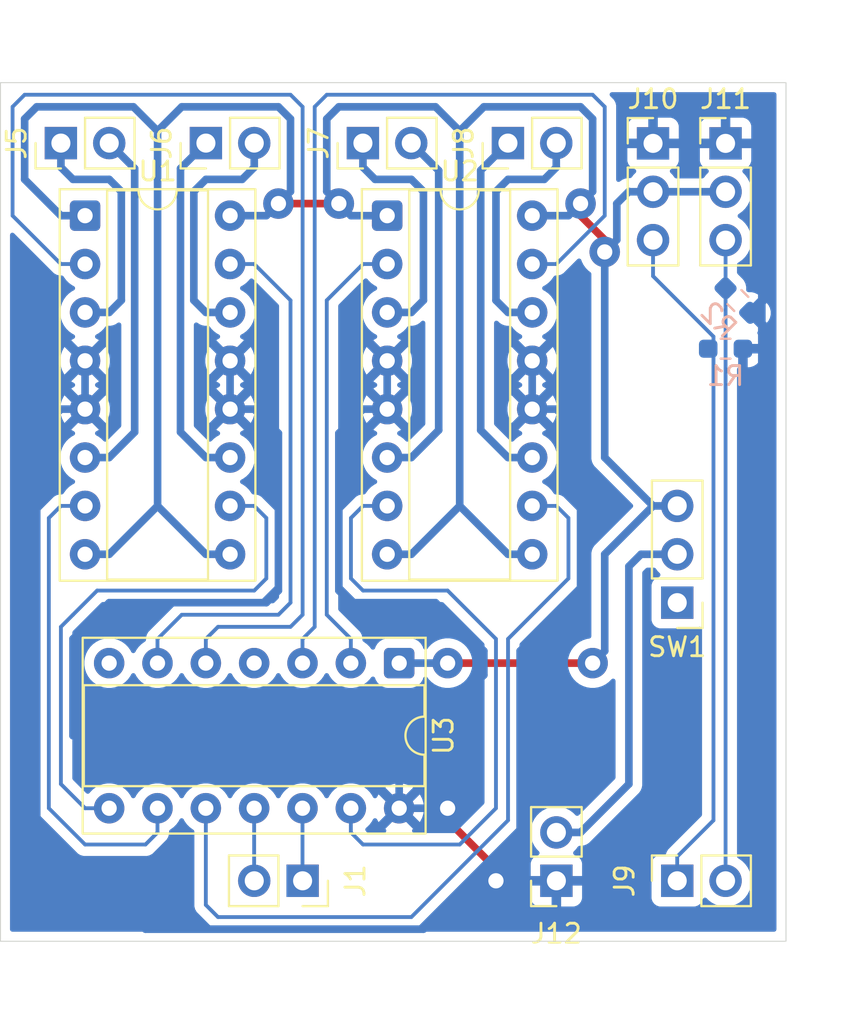
<source format=kicad_pcb>
(kicad_pcb (version 20241229) (generator "pcbnew") (generator_version "9.0")
  (layers (0 "F.Cu" signal) (2 "B.Cu" signal) (13 "F.Paste" user) (15 "B.Paste" user) (5 "F.SilkS" user "F.Silkscreen") (7 "B.SilkS" user "B.Silkscreen") (1 "F.Mask" user) (3 "B.Mask" user) (25 "Edge.Cuts" user))
  (net 0 "")
  (net 1 "+5V")
  (net 2 "GND")
  (net 4 "Net-(J1-Pin_1)")
  (net 5 "Net-(J1-Pin_2)")
  (net 7 "/Motor1_A_Out")
  (net 8 "/Motor1_B_Out")
  (net 9 "/Motor2_B_Out")
  (net 10 "/Motor2_A_Out")
  (net 11 "/Motor3_A_Out")
  (net 12 "/Motor3_B_Out")
  (net 13 "/Motor4_B_Out")
  (net 14 "/Motor4_A_Out")
  (net 15 "/Motor1_B_In")
  (net 16 "/Motor2_B_In")
  (net 17 "/Motor2_A_In")
  (net 18 "/Motor1_A_In")
  (net 19 "/Motor4_B_In")
  (net 20 "/Motor3_A_In")
  (net 21 "/Motor4_A_In")
  (net 22 "/Motor3_B_In")
  (net 23 "/PWM1")
  (net 24 "/PWM2")
  (net 25 "/VCC")
  (footprint "Connector_PinHeader_2.54mm:PinHeader_1x02_P2.54mm_Vertical" (layer "F.Cu") (at 82.55 92.71 90)
    (property "Reference" "J5" (at 0 -2.33 90) (layer "F.SilkS"))
    (property "Value" "Conn_01x02_Pin")
    (fp_line (start -1.33 -1.33) (end 0 -1.33) (stroke (width 0.12)) (layer "F.SilkS"))
    (fp_line (start -1.33 0) (end -1.33 -1.33) (stroke (width 0.12)) (layer "F.SilkS"))
    (fp_line (start 1.33 1.27) (end 1.33 3.87) (stroke (width 0.12)) (layer "F.SilkS"))
    (fp_line (start -1.33 1.27) (end 1.33 1.27) (stroke (width 0.12)) (layer "F.SilkS"))
    (fp_line (start -1.33 1.27) (end -1.33 3.87) (stroke (width 0.12)) (layer "F.SilkS"))
    (fp_line (start -1.33 3.87) (end 1.33 3.87) (stroke (width 0.12)) (layer "F.SilkS"))
    (pad "1" thru_hole rect (at 0 0 90) (size 1.7 1.7) (drill 1) (layers "*.Cu" "*.Mask") (net 7 "/Motor1_A_Out"))
    (pad "2" thru_hole oval (at 0 2.54 90) (size 1.7 1.7) (drill 1) (layers "*.Cu" "*.Mask") (net 8 "/Motor1_B_Out"))
  )
  (footprint "Connector_PinHeader_2.54mm:PinHeader_1x03_P2.54mm_Vertical" (layer "F.Cu") (at 114.935 116.84 180)
    (property "Reference" "SW1" (at 0 -2.33 0) (layer "F.SilkS"))
    (property "Value" "SW_SPDT")
    (fp_line (start 1.33 1.27) (end 1.33 6.41) (stroke (width 0.12)) (layer "F.SilkS"))
    (fp_line (start -1.33 6.41) (end 1.33 6.41) (stroke (width 0.12)) (layer "F.SilkS"))
    (fp_line (start -1.33 1.27) (end 1.33 1.27) (stroke (width 0.12)) (layer "F.SilkS"))
    (fp_line (start -1.33 1.27) (end -1.33 6.41) (stroke (width 0.12)) (layer "F.SilkS"))
    (fp_line (start -1.33 0) (end -1.33 -1.33) (stroke (width 0.12)) (layer "F.SilkS"))
    (fp_line (start -1.33 -1.33) (end 0 -1.33) (stroke (width 0.12)) (layer "F.SilkS"))
    (pad "1" thru_hole rect (at 0 0 180) (size 1.7 1.7) (drill 1) (layers "*.Cu" "*.Mask"))
    (pad "2" thru_hole oval (at 0 2.54 180) (size 1.7 1.7) (drill 1) (layers "*.Cu" "*.Mask") (net 25 "/VCC"))
    (pad "3" thru_hole oval (at 0 5.08 180) (size 1.7 1.7) (drill 1) (layers "*.Cu" "*.Mask") (net 1 "+5V"))
  )
  (footprint "Connector_PinHeader_2.54mm:PinHeader_1x02_P2.54mm_Vertical" (layer "F.Cu") (at 106.04 92.71 90)
    (property "Reference" "J8" (at 0 -2.33 90) (layer "F.SilkS"))
    (property "Value" "Conn_01x02_Pin")
    (fp_line (start -1.33 -1.33) (end 0 -1.33) (stroke (width 0.12)) (layer "F.SilkS"))
    (fp_line (start -1.33 0) (end -1.33 -1.33) (stroke (width 0.12)) (layer "F.SilkS"))
    (fp_line (start 1.33 1.27) (end 1.33 3.87) (stroke (width 0.12)) (layer "F.SilkS"))
    (fp_line (start -1.33 1.27) (end 1.33 1.27) (stroke (width 0.12)) (layer "F.SilkS"))
    (fp_line (start -1.33 1.27) (end -1.33 3.87) (stroke (width 0.12)) (layer "F.SilkS"))
    (fp_line (start -1.33 3.87) (end 1.33 3.87) (stroke (width 0.12)) (layer "F.SilkS"))
    (pad "1" thru_hole rect (at 0 0 90) (size 1.7 1.7) (drill 1) (layers "*.Cu" "*.Mask") (net 14 "/Motor4_A_Out"))
    (pad "2" thru_hole oval (at 0 2.54 90) (size 1.7 1.7) (drill 1) (layers "*.Cu" "*.Mask") (net 13 "/Motor4_B_Out"))
  )
  (footprint "Connector_PinSocket_2.54mm:PinSocket_1x02_P2.54mm_Vertical" (layer "F.Cu") (at 114.935 131.445 90)
    (property "Reference" "J9" (at 0 -2.77 90) (layer "F.SilkS"))
    (property "Value" "Conn_01x02_Socket")
    (fp_line (start 1.33 -1.33) (end 1.33 0) (stroke (width 0.12)) (layer "F.SilkS"))
    (fp_line (start 0 -1.33) (end 1.33 -1.33) (stroke (width 0.12)) (layer "F.SilkS"))
    (fp_line (start 1.33 1.27) (end 1.33 3.87) (stroke (width 0.12)) (layer "F.SilkS"))
    (fp_line (start -1.33 1.27) (end 1.33 1.27) (stroke (width 0.12)) (layer "F.SilkS"))
    (fp_line (start -1.33 1.27) (end -1.33 3.87) (stroke (width 0.12)) (layer "F.SilkS"))
    (fp_line (start -1.33 3.87) (end 1.33 3.87) (stroke (width 0.12)) (layer "F.SilkS"))
    (pad "1" thru_hole rect (at 0 0 90) (size 1.7 1.7) (drill 1) (layers "*.Cu" "*.Mask") (net 23 "/PWM1"))
    (pad "2" thru_hole oval (at 0 2.54 90) (size 1.7 1.7) (drill 1) (layers "*.Cu" "*.Mask") (net 24 "/PWM2"))
  )
  (footprint "Connector_PinSocket_2.54mm:PinSocket_1x02_P2.54mm_Vertical" (layer "F.Cu") (at 108.585 131.445 180)
    (property "Reference" "J12" (at 0 -2.77 0) (layer "F.SilkS"))
    (property "Value" "Conn_01x02_Socket" (hide yes))
    (fp_line (start 1.33 1.27) (end 1.33 3.87) (stroke (width 0.12)) (layer "F.SilkS"))
    (fp_line (start 1.33 -1.33) (end 1.33 0) (stroke (width 0.12)) (layer "F.SilkS"))
    (fp_line (start 0 -1.33) (end 1.33 -1.33) (stroke (width 0.12)) (layer "F.SilkS"))
    (fp_line (start -1.33 3.87) (end 1.33 3.87) (stroke (width 0.12)) (layer "F.SilkS"))
    (fp_line (start -1.33 1.27) (end 1.33 1.27) (stroke (width 0.12)) (layer "F.SilkS"))
    (fp_line (start -1.33 1.27) (end -1.33 3.87) (stroke (width 0.12)) (layer "F.SilkS"))
    (pad "1" thru_hole rect (at 0 0 180) (size 1.7 1.7) (drill 1) (layers "*.Cu" "*.Mask") (net 2 "GND"))
    (pad "2" thru_hole oval (at 0 2.54 180) (size 1.7 1.7) (drill 1) (layers "*.Cu" "*.Mask") (net 25 "/VCC"))
  )
  (footprint "Connector_PinHeader_2.54mm:PinHeader_1x03_P2.54mm_Vertical" (layer "F.Cu") (at 117.475 92.725)
    (property "Reference" "J11" (at 0 -2.33 0) (layer "F.SilkS"))
    (property "Value" "Conn_01x03_Pin")
    (fp_line (start -1.33 -1.33) (end 0 -1.33) (stroke (width 0.12)) (layer "F.SilkS"))
    (fp_line (start -1.33 0) (end -1.33 -1.33) (stroke (width 0.12)) (layer "F.SilkS"))
    (fp_line (start -1.33 1.27) (end -1.33 6.41) (stroke (width 0.12)) (layer "F.SilkS"))
    (fp_line (start -1.33 1.27) (end 1.33 1.27) (stroke (width 0.12)) (layer "F.SilkS"))
    (fp_line (start -1.33 6.41) (end 1.33 6.41) (stroke (width 0.12)) (layer "F.SilkS"))
    (fp_line (start 1.33 1.27) (end 1.33 6.41) (stroke (width 0.12)) (layer "F.SilkS"))
    (pad "1" thru_hole rect (at 0 0) (size 1.7 1.7) (drill 1) (layers "*.Cu" "*.Mask") (net 2 "GND"))
    (pad "2" thru_hole oval (at 0 2.54) (size 1.7 1.7) (drill 1) (layers "*.Cu" "*.Mask") (net 1 "+5V"))
    (pad "3" thru_hole oval (at 0 5.08) (size 1.7 1.7) (drill 1) (layers "*.Cu" "*.Mask") (net 24 "/PWM2"))
  )
  (footprint "Connector_PinHeader_2.54mm:PinHeader_1x02_P2.54mm_Vertical" (layer "F.Cu") (at 98.42 92.71 90)
    (property "Reference" "J7" (at 0 -2.33 90) (layer "F.SilkS"))
    (property "Value" "Conn_01x02_Pin")
    (fp_line (start -1.33 -1.33) (end 0 -1.33) (stroke (width 0.12)) (layer "F.SilkS"))
    (fp_line (start -1.33 0) (end -1.33 -1.33) (stroke (width 0.12)) (layer "F.SilkS"))
    (fp_line (start 1.33 1.27) (end 1.33 3.87) (stroke (width 0.12)) (layer "F.SilkS"))
    (fp_line (start -1.33 1.27) (end 1.33 1.27) (stroke (width 0.12)) (layer "F.SilkS"))
    (fp_line (start -1.33 1.27) (end -1.33 3.87) (stroke (width 0.12)) (layer "F.SilkS"))
    (fp_line (start -1.33 3.87) (end 1.33 3.87) (stroke (width 0.12)) (layer "F.SilkS"))
    (pad "1" thru_hole rect (at 0 0 90) (size 1.7 1.7) (drill 1) (layers "*.Cu" "*.Mask") (net 11 "/Motor3_A_Out"))
    (pad "2" thru_hole oval (at 0 2.54 90) (size 1.7 1.7) (drill 1) (layers "*.Cu" "*.Mask") (net 12 "/Motor3_B_Out"))
  )
  (footprint "Package_DIP:DIP-16_W7.62mm_Socket" (layer "F.Cu") (at 83.82 96.52)
    (property "Reference" "U1" (at 3.81 -2.33 0) (layer "F.SilkS"))
    (property "Value" "L293D")
    (fp_line (start 1.16 -1.33) (end 1.16 19.11) (stroke (width 0.12)) (layer "F.SilkS"))
    (fp_line (start 1.16 19.11) (end 6.46 19.11) (stroke (width 0.12)) (layer "F.SilkS"))
    (fp_line (start 2.81 -1.33) (end 1.16 -1.33) (stroke (width 0.12)) (layer "F.SilkS"))
    (fp_line (start 6.46 -1.33) (end 4.81 -1.33) (stroke (width 0.12)) (layer "F.SilkS"))
    (fp_line (start 6.46 19.11) (end 6.46 -1.33) (stroke (width 0.12)) (layer "F.SilkS"))
    (fp_rect (start -1.33 -1.39) (end 8.95 19.17) (stroke (width 0.12)) (fill no) (layer "F.SilkS"))
    (fp_arc (start 4.81 -1.33) (mid 3.81 -0.33) (end 2.81 -1.33) (stroke (width 0.12)) (layer "F.SilkS"))
    (pad "1" thru_hole roundrect (at 0 0) (size 1.6 1.6) (drill 0.8) (layers "*.Cu" "*.Mask") (roundrect_rratio 0.15625) (net 1 "+5V"))
    (pad "2" thru_hole circle (at 0 2.54) (size 1.6 1.6) (drill 0.8) (layers "*.Cu" "*.Mask") (net 18 "/Motor1_A_In"))
    (pad "3" thru_hole circle (at 0 5.08) (size 1.6 1.6) (drill 0.8) (layers "*.Cu" "*.Mask") (net 7 "/Motor1_A_Out"))
    (pad "4" thru_hole circle (at 0 7.62) (size 1.6 1.6) (drill 0.8) (layers "*.Cu" "*.Mask") (net 2 "GND"))
    (pad "5" thru_hole circle (at 0 10.16) (size 1.6 1.6) (drill 0.8) (layers "*.Cu" "*.Mask") (net 2 "GND"))
    (pad "6" thru_hole circle (at 0 12.7) (size 1.6 1.6) (drill 0.8) (layers "*.Cu" "*.Mask") (net 8 "/Motor1_B_Out"))
    (pad "7" thru_hole circle (at 0 15.24) (size 1.6 1.6) (drill 0.8) (layers "*.Cu" "*.Mask") (net 15 "/Motor1_B_In"))
    (pad "8" thru_hole circle (at 0 17.78) (size 1.6 1.6) (drill 0.8) (layers "*.Cu" "*.Mask") (net 1 "+5V"))
    (pad "9" thru_hole circle (at 7.62 17.78) (size 1.6 1.6) (drill 0.8) (layers "*.Cu" "*.Mask") (net 1 "+5V"))
    (pad "10" thru_hole circle (at 7.62 15.24) (size 1.6 1.6) (drill 0.8) (layers "*.Cu" "*.Mask") (net 16 "/Motor2_B_In"))
    (pad "11" thru_hole circle (at 7.62 12.7) (size 1.6 1.6) (drill 0.8) (layers "*.Cu" "*.Mask") (net 10 "/Motor2_A_Out"))
    (pad "12" thru_hole circle (at 7.62 10.16) (size 1.6 1.6) (drill 0.8) (layers "*.Cu" "*.Mask") (net 2 "GND"))
    (pad "13" thru_hole circle (at 7.62 7.62) (size 1.6 1.6) (drill 0.8) (layers "*.Cu" "*.Mask") (net 2 "GND"))
    (pad "14" thru_hole circle (at 7.62 5.08) (size 1.6 1.6) (drill 0.8) (layers "*.Cu" "*.Mask") (net 9 "/Motor2_B_Out"))
    (pad "15" thru_hole circle (at 7.62 2.54) (size 1.6 1.6) (drill 0.8) (layers "*.Cu" "*.Mask") (net 17 "/Motor2_A_In"))
    (pad "16" thru_hole circle (at 7.62 0) (size 1.6 1.6) (drill 0.8) (layers "*.Cu" "*.Mask") (net 1 "+5V"))
  )
  (footprint "Package_DIP:DIP-16_W7.62mm_Socket" (layer "F.Cu") (at 99.695 96.52)
    (property "Reference" "U2" (at 3.81 -2.33 0) (layer "F.SilkS"))
    (property "Value" "L293D")
    (fp_line (start 1.16 -1.33) (end 1.16 19.11) (stroke (width 0.12)) (layer "F.SilkS"))
    (fp_line (start 1.16 19.11) (end 6.46 19.11) (stroke (width 0.12)) (layer "F.SilkS"))
    (fp_line (start 2.81 -1.33) (end 1.16 -1.33) (stroke (width 0.12)) (layer "F.SilkS"))
    (fp_line (start 6.46 -1.33) (end 4.81 -1.33) (stroke (width 0.12)) (layer "F.SilkS"))
    (fp_line (start 6.46 19.11) (end 6.46 -1.33) (stroke (width 0.12)) (layer "F.SilkS"))
    (fp_rect (start -1.33 -1.39) (end 8.95 19.17) (stroke (width 0.12)) (fill no) (layer "F.SilkS"))
    (fp_arc (start 4.81 -1.33) (mid 3.81 -0.33) (end 2.81 -1.33) (stroke (width 0.12)) (layer "F.SilkS"))
    (pad "1" thru_hole roundrect (at 0 0) (size 1.6 1.6) (drill 0.8) (layers "*.Cu" "*.Mask") (roundrect_rratio 0.15625) (net 1 "+5V"))
    (pad "2" thru_hole circle (at 0 2.54) (size 1.6 1.6) (drill 0.8) (layers "*.Cu" "*.Mask") (net 20 "/Motor3_A_In"))
    (pad "3" thru_hole circle (at 0 5.08) (size 1.6 1.6) (drill 0.8) (layers "*.Cu" "*.Mask") (net 11 "/Motor3_A_Out"))
    (pad "4" thru_hole circle (at 0 7.62) (size 1.6 1.6) (drill 0.8) (layers "*.Cu" "*.Mask") (net 2 "GND"))
    (pad "5" thru_hole circle (at 0 10.16) (size 1.6 1.6) (drill 0.8) (layers "*.Cu" "*.Mask") (net 2 "GND"))
    (pad "6" thru_hole circle (at 0 12.7) (size 1.6 1.6) (drill 0.8) (layers "*.Cu" "*.Mask") (net 12 "/Motor3_B_Out"))
    (pad "7" thru_hole circle (at 0 15.24) (size 1.6 1.6) (drill 0.8) (layers "*.Cu" "*.Mask") (net 22 "/Motor3_B_In"))
    (pad "8" thru_hole circle (at 0 17.78) (size 1.6 1.6) (drill 0.8) (layers "*.Cu" "*.Mask") (net 1 "+5V"))
    (pad "9" thru_hole circle (at 7.62 17.78) (size 1.6 1.6) (drill 0.8) (layers "*.Cu" "*.Mask") (net 1 "+5V"))
    (pad "10" thru_hole circle (at 7.62 15.24) (size 1.6 1.6) (drill 0.8) (layers "*.Cu" "*.Mask") (net 19 "/Motor4_B_In"))
    (pad "11" thru_hole circle (at 7.62 12.7) (size 1.6 1.6) (drill 0.8) (layers "*.Cu" "*.Mask") (net 14 "/Motor4_A_Out"))
    (pad "12" thru_hole circle (at 7.62 10.16) (size 1.6 1.6) (drill 0.8) (layers "*.Cu" "*.Mask") (net 2 "GND"))
    (pad "13" thru_hole circle (at 7.62 7.62) (size 1.6 1.6) (drill 0.8) (layers "*.Cu" "*.Mask") (net 2 "GND"))
    (pad "14" thru_hole circle (at 7.62 5.08) (size 1.6 1.6) (drill 0.8) (layers "*.Cu" "*.Mask") (net 13 "/Motor4_B_Out"))
    (pad "15" thru_hole circle (at 7.62 2.54) (size 1.6 1.6) (drill 0.8) (layers "*.Cu" "*.Mask") (net 21 "/Motor4_A_In"))
    (pad "16" thru_hole circle (at 7.62 0) (size 1.6 1.6) (drill 0.8) (layers "*.Cu" "*.Mask") (net 1 "+5V"))
  )
  (footprint "Connector_PinHeader_2.54mm:PinHeader_1x03_P2.54mm_Vertical" (layer "F.Cu") (at 113.665 92.725)
    (property "Reference" "J10" (at 0 -2.33 0) (layer "F.SilkS"))
    (property "Value" "Conn_01x03_Pin")
    (fp_line (start -1.33 -1.33) (end 0 -1.33) (stroke (width 0.12)) (layer "F.SilkS"))
    (fp_line (start -1.33 0) (end -1.33 -1.33) (stroke (width 0.12)) (layer "F.SilkS"))
    (fp_line (start -1.33 1.27) (end -1.33 6.41) (stroke (width 0.12)) (layer "F.SilkS"))
    (fp_line (start -1.33 1.27) (end 1.33 1.27) (stroke (width 0.12)) (layer "F.SilkS"))
    (fp_line (start -1.33 6.41) (end 1.33 6.41) (stroke (width 0.12)) (layer "F.SilkS"))
    (fp_line (start 1.33 1.27) (end 1.33 6.41) (stroke (width 0.12)) (layer "F.SilkS"))
    (pad "1" thru_hole rect (at 0 0) (size 1.7 1.7) (drill 1) (layers "*.Cu" "*.Mask") (net 2 "GND"))
    (pad "2" thru_hole oval (at 0 2.54) (size 1.7 1.7) (drill 1) (layers "*.Cu" "*.Mask") (net 1 "+5V"))
    (pad "3" thru_hole oval (at 0 5.08) (size 1.7 1.7) (drill 1) (layers "*.Cu" "*.Mask") (net 23 "/PWM1"))
  )
  (footprint "Package_DIP:DIP-14_W7.62mm_Socket" (layer "F.Cu") (at 100.325 120.015 -90)
    (property "Reference" "U3" (at 3.81 -2.33 270) (layer "F.SilkS"))
    (property "Value" "ATtiny84-20P")
    (fp_line (start 1.16 16.57) (end 6.46 16.57) (stroke (width 0.12)) (layer "F.SilkS"))
    (fp_line (start 6.46 16.57) (end 6.46 -1.33) (stroke (width 0.12)) (layer "F.SilkS"))
    (fp_line (start 1.16 -1.33) (end 1.16 16.57) (stroke (width 0.12)) (layer "F.SilkS"))
    (fp_line (start 2.81 -1.33) (end 1.16 -1.33) (stroke (width 0.12)) (layer "F.SilkS"))
    (fp_line (start 6.46 -1.33) (end 4.81 -1.33) (stroke (width 0.12)) (layer "F.SilkS"))
    (fp_rect (start -1.33 -1.39) (end 8.95 16.63) (stroke (width 0.12)) (fill no) (layer "F.SilkS"))
    (fp_arc (start 4.81 -1.33) (mid 3.81 -0.33) (end 2.81 -1.33) (stroke (width 0.12)) (layer "F.SilkS"))
    (pad "1" thru_hole roundrect (at 0 0 270) (size 1.6 1.6) (drill 0.8) (layers "*.Cu" "*.Mask") (roundrect_rratio 0.15625) (net 1 "+5V"))
    (pad "2" thru_hole circle (at 0 2.54 270) (size 1.6 1.6) (drill 0.8) (layers "*.Cu" "*.Mask") (net 20 "/Motor3_A_In"))
    (pad "3" thru_hole circle (at 0 5.08 270) (size 1.6 1.6) (drill 0.8) (layers "*.Cu" "*.Mask") (net 21 "/Motor4_A_In"))
    (pad "4" thru_hole circle (at 0 7.62 270) (size 1.6 1.6) (drill 0.8) (layers "*.Cu" "*.Mask"))
    (pad "5" thru_hole circle (at 0 10.16 270) (size 1.6 1.6) (drill 0.8) (layers "*.Cu" "*.Mask") (net 18 "/Motor1_A_In"))
    (pad "6" thru_hole circle (at 0 12.7 270) (size 1.6 1.6) (drill 0.8) (layers "*.Cu" "*.Mask") (net 17 "/Motor2_A_In"))
    (pad "7" thru_hole circle (at 0 15.24 270) (size 1.6 1.6) (drill 0.8) (layers "*.Cu" "*.Mask"))
    (pad "8" thru_hole circle (at 7.62 15.24 270) (size 1.6 1.6) (drill 0.8) (layers "*.Cu" "*.Mask") (net 16 "/Motor2_B_In"))
    (pad "9" thru_hole circle (at 7.62 12.7 270) (size 1.6 1.6) (drill 0.8) (layers "*.Cu" "*.Mask") (net 15 "/Motor1_B_In"))
    (pad "10" thru_hole circle (at 7.62 10.16 270) (size 1.6 1.6) (drill 0.8) (layers "*.Cu" "*.Mask") (net 19 "/Motor4_B_In"))
    (pad "11" thru_hole circle (at 7.62 7.62 270) (size 1.6 1.6) (drill 0.8) (layers "*.Cu" "*.Mask") (net 5 "Net-(J1-Pin_2)"))
    (pad "12" thru_hole circle (at 7.62 5.08 270) (size 1.6 1.6) (drill 0.8) (layers "*.Cu" "*.Mask") (net 4 "Net-(J1-Pin_1)"))
    (pad "13" thru_hole circle (at 7.62 2.54 270) (size 1.6 1.6) (drill 0.8) (layers "*.Cu" "*.Mask") (net 22 "/Motor3_B_In"))
    (pad "14" thru_hole circle (at 7.62 0 270) (size 1.6 1.6) (drill 0.8) (layers "*.Cu" "*.Mask") (net 2 "GND"))
  )
  (footprint "Connector_PinHeader_2.54mm:PinHeader_1x02_P2.54mm_Vertical" (layer "F.Cu") (at 90.17 92.71 90)
    (property "Reference" "J6" (at 0 -2.33 90) (layer "F.SilkS"))
    (property "Value" "Conn_01x02_Pin")
    (fp_line (start -1.33 -1.33) (end 0 -1.33) (stroke (width 0.12)) (layer "F.SilkS"))
    (fp_line (start -1.33 0) (end -1.33 -1.33) (stroke (width 0.12)) (layer "F.SilkS"))
    (fp_line (start 1.33 1.27) (end 1.33 3.87) (stroke (width 0.12)) (layer "F.SilkS"))
    (fp_line (start -1.33 1.27) (end 1.33 1.27) (stroke (width 0.12)) (layer "F.SilkS"))
    (fp_line (start -1.33 1.27) (end -1.33 3.87) (stroke (width 0.12)) (layer "F.SilkS"))
    (fp_line (start -1.33 3.87) (end 1.33 3.87) (stroke (width 0.12)) (layer "F.SilkS"))
    (pad "1" thru_hole rect (at 0 0 90) (size 1.7 1.7) (drill 1) (layers "*.Cu" "*.Mask") (net 10 "/Motor2_A_Out"))
    (pad "2" thru_hole oval (at 0 2.54 90) (size 1.7 1.7) (drill 1) (layers "*.Cu" "*.Mask") (net 9 "/Motor2_B_Out"))
  )
  (footprint "Connector_PinSocket_2.54mm:PinSocket_1x02_P2.54mm_Vertical" (layer "F.Cu") (at 95.25 131.445 -90)
    (property "Reference" "J1" (at 0 -2.77 90) (layer "F.SilkS"))
    (property "Value" "Conn_01x02_Socket")
    (fp_line (start -1.33 3.87) (end 1.33 3.87) (stroke (width 0.12)) (layer "F.SilkS"))
    (fp_line (start -1.33 1.27) (end -1.33 3.87) (stroke (width 0.12)) (layer "F.SilkS"))
    (fp_line (start -1.33 1.27) (end 1.33 1.27) (stroke (width 0.12)) (layer "F.SilkS"))
    (fp_line (start 1.33 1.27) (end 1.33 3.87) (stroke (width 0.12)) (layer "F.SilkS"))
    (fp_line (start 0 -1.33) (end 1.33 -1.33) (stroke (width 0.12)) (layer "F.SilkS"))
    (fp_line (start 1.33 -1.33) (end 1.33 0) (stroke (width 0.12)) (layer "F.SilkS"))
    (pad "1" thru_hole rect (at 0 0 270) (size 1.7 1.7) (drill 1) (layers "*.Cu" "*.Mask") (net 4 "Net-(J1-Pin_1)"))
    (pad "2" thru_hole oval (at 0 2.54 270) (size 1.7 1.7) (drill 1) (layers "*.Cu" "*.Mask") (net 5 "Net-(J1-Pin_2)"))
  )
  (footprint "Resistor_SMD:R_0603_1608Metric_Pad0.98x0.95mm_HandSolder" (layer "B.Cu") (at 117.475 103.505)
    (property "Reference" "R1" (at 0 1.43 180) (layer "B.SilkS") (effects (justify mirror)))
    (property "Value" "R")
    (fp_line (start -0.254724 -0.5225) (end 0.254724 -0.5225) (stroke (width 0.12)) (layer "B.SilkS"))
    (fp_line (start -0.254724 0.5225) (end 0.254724 0.5225) (stroke (width 0.12)) (layer "B.SilkS"))
    (pad "1" smd roundrect (at -0.9125 0) (size 0.975 0.95) (layers "B.Cu" "B.Mask" "B.Paste") (net 23 "/PWM1"))
    (pad "2" smd roundrect (at 0.9125 0) (size 0.975 0.95) (layers "B.Cu" "B.Mask" "B.Paste") (net 2 "GND"))
  )
  (footprint "Resistor_SMD:R_0603_1608Metric_Pad0.98x0.95mm_HandSolder" (layer "B.Cu") (at 118.120235 100.975235 -45)
    (property "Reference" "R2" (at 0 1.43 135) (layer "B.SilkS") (effects (justify mirror)))
    (property "Value" "R")
    (fp_line (start -0.254724 0.5225) (end 0.254724 0.5225) (stroke (width 0.12)) (layer "B.SilkS"))
    (fp_line (start -0.254724 -0.5225) (end 0.254724 -0.5225) (stroke (width 0.12)) (layer "B.SilkS"))
    (pad "1" smd roundrect (at -0.9125 0 315) (size 0.975 0.95) (layers "B.Cu" "B.Mask" "B.Paste") (net 24 "/PWM2"))
    (pad "2" smd roundrect (at 0.9125 0 315) (size 0.975 0.95) (layers "B.Cu" "B.Mask" "B.Paste") (net 2 "GND"))
  )
  (gr_rect (start 79.375 89.535) (end 120.65 134.62) (stroke (width 0.05)) (fill no) (layer "Edge.Cuts"))
  (segment (start 102.87 120.015) (end 110.49 120.015) (width 0.4) (layer "F.Cu") (net 1))
  (segment (start 109.855 95.885) (end 109.855 96.52) (width 0.4) (layer "F.Cu") (net 1))
  (segment (start 109.855 96.52) (end 111.125 97.79) (width 0.4) (layer "F.Cu") (net 1))
  (segment (start 111.125 97.79) (end 111.125 98.425) (width 0.4) (layer "F.Cu") (net 1))
  (segment (start 93.98 95.885) (end 97.155 95.885) (width 0.4) (layer "F.Cu") (net 1))
  (via (at 109.855 95.885) (size 1.6) (drill 0.8) (layers "F.Cu" "B.Cu") (net 1))
  (via (at 111.125 98.425) (size 1.6) (drill 0.8) (layers "F.Cu" "B.Cu") (net 1))
  (via (at 102.87 120.015) (size 1.6) (drill 0.8) (layers "F.Cu" "B.Cu") (net 1))
  (via (at 110.49 120.015) (size 1.6) (drill 0.8) (layers "F.Cu" "B.Cu") (net 1))
  (via (at 97.155 95.885) (size 1.6) (drill 0.8) (layers "F.Cu" "B.Cu") (net 1))
  (via (at 93.98 95.885) (size 1.6) (drill 0.8) (layers "F.Cu" "B.Cu") (net 1))
  (segment (start 103.505 92.075) (end 103.505 111.76) (width 0.4) (layer "B.Cu") (net 1))
  (segment (start 103.505 111.76) (end 100.965 114.3) (width 0.4) (layer "B.Cu") (net 1))
  (segment (start 94.615 95.25) (end 94.615 91.44) (width 0.4) (layer "B.Cu") (net 1))
  (segment (start 111.125 114.3) (end 113.665 111.76) (width 0.4) (layer "B.Cu") (net 1))
  (segment (start 90.17 114.3) (end 91.44 114.3) (width 0.4) (layer "B.Cu") (net 1))
  (segment (start 111.125 109.22) (end 113.665 111.76) (width 0.4) (layer "B.Cu") (net 1))
  (segment (start 110.49 91.44) (end 109.855 90.805) (width 0.4) (layer "B.Cu") (net 1))
  (segment (start 103.505 111.76) (end 106.045 114.3) (width 0.4) (layer "B.Cu") (net 1))
  (segment (start 85.09 114.3) (end 87.63 111.76) (width 0.4) (layer "B.Cu") (net 1))
  (segment (start 112.41 95.265) (end 113.665 95.265) (width 0.4) (layer "B.Cu") (net 1))
  (segment (start 93.98 90.805) (end 88.9 90.805) (width 0.4) (layer "B.Cu") (net 1))
  (segment (start 109.855 95.885) (end 110.49 95.25) (width 0.4) (layer "B.Cu") (net 1))
  (segment (start 93.98 95.885) (end 93.345 96.52) (width 0.4) (layer "B.Cu") (net 1))
  (segment (start 113.665 95.265) (end 117.475 95.265) (width 0.4) (layer "B.Cu") (net 1))
  (segment (start 113.665 111.76) (end 114.935 111.76) (width 0.4) (layer "B.Cu") (net 1))
  (segment (start 97.79 96.52) (end 99.695 96.52) (width 0.4) (layer "B.Cu") (net 1))
  (segment (start 104.775 90.805) (end 103.505 92.075) (width 0.4) (layer "B.Cu") (net 1))
  (segment (start 100.965 114.3) (end 99.695 114.3) (width 0.4) (layer "B.Cu") (net 1))
  (segment (start 93.345 96.52) (end 91.44 96.52) (width 0.4) (layer "B.Cu") (net 1))
  (segment (start 82.55 96.52) (end 83.82 96.52) (width 0.4) (layer "B.Cu") (net 1))
  (segment (start 111.125 119.38) (end 111.125 114.3) (width 0.4) (layer "B.Cu") (net 1))
  (segment (start 111.125 98.425) (end 111.125 109.22) (width 0.4) (layer "B.Cu") (net 1))
  (segment (start 109.855 90.805) (end 104.775 90.805) (width 0.4) (layer "B.Cu") (net 1))
  (segment (start 86.36 90.805) (end 87.63 92.075) (width 0.4) (layer "B.Cu") (net 1))
  (segment (start 111.76 95.885) (end 112.395 95.25) (width 0.4) (layer "B.Cu") (net 1))
  (segment (start 110.49 95.25) (end 110.49 91.44) (width 0.4) (layer "B.Cu") (net 1))
  (segment (start 93.98 95.885) (end 94.615 95.25) (width 0.4) (layer "B.Cu") (net 1))
  (segment (start 112.395 95.25) (end 112.41 95.265) (width 0.4) (layer "B.Cu") (net 1))
  (segment (start 94.615 91.44) (end 93.98 90.805) (width 0.4) (layer "B.Cu") (net 1))
  (segment (start 100.325 120.015) (end 102.87 120.015) (width 0.4) (layer "B.Cu") (net 1))
  (segment (start 111.125 98.425) (end 111.76 97.79) (width 0.4) (layer "B.Cu") (net 1))
  (segment (start 97.155 95.885) (end 97.79 96.52) (width 0.4) (layer "B.Cu") (net 1))
  (segment (start 111.76 97.79) (end 111.76 95.885) (width 0.4) (layer "B.Cu") (net 1))
  (segment (start 80.645 94.615) (end 82.55 96.52) (width 0.4) (layer "B.Cu") (net 1))
  (segment (start 88.9 90.805) (end 87.63 92.075) (width 0.4) (layer "B.Cu") (net 1))
  (segment (start 110.49 120.015) (end 111.125 119.38) (width 0.4) (layer "B.Cu") (net 1))
  (segment (start 106.045 114.3) (end 107.315 114.3) (width 0.4) (layer "B.Cu") (net 1))
  (segment (start 109.855 95.885) (end 109.22 96.52) (width 0.4) (layer "B.Cu") (net 1))
  (segment (start 87.63 111.76) (end 90.17 114.3) (width 0.4) (layer "B.Cu") (net 1))
  (segment (start 97.155 90.805) (end 102.235 90.805) (width 0.4) (layer "B.Cu") (net 1))
  (segment (start 80.645 91.44) (end 80.645 94.615) (width 0.4) (layer "B.Cu") (net 1))
  (segment (start 87.63 92.075) (end 87.63 111.76) (width 0.4) (layer "B.Cu") (net 1))
  (segment (start 109.22 96.52) (end 107.315 96.52) (width 0.4) (layer "B.Cu") (net 1))
  (segment (start 96.52 95.25) (end 96.52 91.44) (width 0.4) (layer "B.Cu") (net 1))
  (segment (start 81.28 90.805) (end 80.645 91.44) (width 0.4) (layer "B.Cu") (net 1))
  (segment (start 102.235 90.805) (end 103.505 92.075) (width 0.4) (layer "B.Cu") (net 1))
  (segment (start 86.36 90.805) (end 81.28 90.805) (width 0.4) (layer "B.Cu") (net 1))
  (segment (start 97.155 95.885) (end 96.52 95.25) (width 0.4) (layer "B.Cu") (net 1))
  (segment (start 83.82 114.3) (end 85.09 114.3) (width 0.4) (layer "B.Cu") (net 1))
  (segment (start 96.52 91.44) (end 97.155 90.805) (width 0.4) (layer "B.Cu") (net 1))
  (segment (start 102.87 128.27) (end 102.87 127.635) (width 0.4) (layer "F.Cu") (net 2))
  (segment (start 105.41 131.445) (end 105.41 130.81) (width 0.4) (layer "F.Cu") (net 2))
  (segment (start 105.41 130.81) (end 102.87 128.27) (width 0.4) (layer "F.Cu") (net 2))
  (via (at 105.41 131.445) (size 1.6) (drill 0.8) (layers "F.Cu" "B.Cu") (net 2))
  (via (at 102.87 127.635) (size 1.6) (drill 0.8) (layers "F.Cu" "B.Cu") (net 2))
  (segment (start 99.695 106.68) (end 98.425 106.68) (width 0.4) (layer "B.Cu") (net 2))
  (segment (start 85.09 116.84) (end 83.185 118.745) (width 0.4) (layer "B.Cu") (net 2))
  (segment (start 81.28 107.95) (end 81.28 128.27) (width 0.4) (layer "B.Cu") (net 2))
  (segment (start 108.585 133.35) (end 108.585 131.445) (width 0.4) (layer "B.Cu") (net 2))
  (segment (start 83.185 123.825) (end 100.33 123.825) (width 0.4) (layer "B.Cu") (net 2))
  (segment (start 97.155 107.95) (end 97.155 116.205) (width 0.4) (layer "B.Cu") (net 2))
  (segment (start 101.6 133.985) (end 104.14 131.445) (width 0.4) (layer "B.Cu") (net 2))
  (segment (start 104.14 131.445) (end 106.045 131.445) (width 0.4) (layer "B.Cu") (net 2))
  (segment (start 107.315 104.14) (end 107.315 106.68) (width 0.4) (layer "B.Cu") (net 2))
  (segment (start 82.55 106.68) (end 81.28 107.95) (width 0.4) (layer "B.Cu") (net 2))
  (segment (start 106.045 131.445) (end 106.68 131.445) (width 0.4) (layer "B.Cu") (net 2))
  (segment (start 106.68 119.38) (end 106.68 131.445) (width 0.4) (layer "B.Cu") (net 2))
  (segment (start 119.365 92.725) (end 119.38 92.71) (width 0.4) (layer "B.Cu") (net 2))
  (segment (start 91.44 106.68) (end 92.71 106.68) (width 0.4) (layer "B.Cu") (net 2))
  (segment (start 106.68 131.445) (end 105.41 131.445) (width 0.4) (layer "B.Cu") (net 2))
  (segment (start 119.38 133.35) (end 108.585 133.35) (width 0.4) (layer "B.Cu") (net 2))
  (segment (start 108.585 106.68) (end 109.855 107.95) (width 0.4) (layer "B.Cu") (net 2))
  (segment (start 113.665 92.725) (end 117.475 92.725) (width 0.4) (layer "B.Cu") (net 2))
  (segment (start 97.79 116.84) (end 102.235 116.84) (width 0.4) (layer "B.Cu") (net 2))
  (segment (start 109.855 107.95) (end 109.855 116.205) (width 0.4) (layer "B.Cu") (net 2))
  (segment (start 117.475 92.725) (end 119.365 92.725) (width 0.4) (layer "B.Cu") (net 2))
  (segment (start 98.425 106.68) (end 97.155 107.95) (width 0.4) (layer "B.Cu") (net 2))
  (segment (start 109.855 116.205) (end 106.68 119.38) (width 0.4) (layer "B.Cu") (net 2))
  (segment (start 100.325 127.635) (end 100.325 123.83) (width 0.4) (layer "B.Cu") (net 2))
  (segment (start 83.82 106.68) (end 82.55 106.68) (width 0.4) (layer "B.Cu") (net 2))
  (segment (start 81.28 128.27) (end 86.995 133.985) (width 0.4) (layer "B.Cu") (net 2))
  (segment (start 86.995 133.985) (end 101.6 133.985) (width 0.4) (layer "B.Cu") (net 2))
  (segment (start 101.59 123.825) (end 100.33 123.825) (width 0.4) (layer "B.Cu") (net 2))
  (segment (start 104.775 120.64) (end 101.59 123.825) (width 0.4) (layer "B.Cu") (net 2))
  (segment (start 93.345 116.84) (end 85.09 116.84) (width 0.4) (layer "B.Cu") (net 2))
  (segment (start 104.775 119.38) (end 104.775 120.64) (width 0.4) (layer "B.Cu") (net 2))
  (segment (start 100.325 123.83) (end 100.33 123.825) (width 0.4) (layer "B.Cu") (net 2))
  (segment (start 102.235 116.84) (end 104.775 119.38) (width 0.4) (layer "B.Cu") (net 2))
  (segment (start 83.82 106.68) (end 83.82 104.14) (width 0.4) (layer "B.Cu") (net 2))
  (segment (start 92.71 106.68) (end 93.98 107.95) (width 0.4) (layer "B.Cu") (net 2))
  (segment (start 93.98 116.205) (end 93.345 116.84) (width 0.4) (layer "B.Cu") (net 2))
  (segment (start 93.98 107.95) (end 93.98 116.205) (width 0.4) (layer "B.Cu") (net 2))
  (segment (start 108.585 131.445) (end 106.68 131.445) (width 0.4) (layer "B.Cu") (net 2))
  (segment (start 99.695 104.14) (end 99.695 106.68) (width 0.4) (layer "B.Cu") (net 2))
  (segment (start 100.325 127.635) (end 102.87 127.635) (width 0.4) (layer "B.Cu") (net 2))
  (segment (start 119.38 92.71) (end 119.38 133.35) (width 0.4) (layer "B.Cu") (net 2))
  (segment (start 107.315 106.68) (end 108.585 106.68) (width 0.4) (layer "B.Cu") (net 2))
  (segment (start 83.185 118.745) (end 83.185 123.825) (width 0.4) (layer "B.Cu") (net 2))
  (segment (start 97.155 116.205) (end 97.79 116.84) (width 0.4) (layer "B.Cu") (net 2))
  (segment (start 91.44 104.14) (end 91.44 106.68) (width 0.4) (layer "B.Cu") (net 2))
  (segment (start 95.245 131.44) (end 95.25 131.445) (width 0.2) (layer "B.Cu") (net 4))
  (segment (start 95.245 127.635) (end 95.245 131.44) (width 0.2) (layer "B.Cu") (net 4))
  (segment (start 92.705 127.635) (end 92.705 131.44) (width 0.2) (layer "B.Cu") (net 5))
  (segment (start 92.705 131.44) (end 92.71 131.445) (width 0.2) (layer "B.Cu") (net 5))
  (segment (start 82.55 92.71) (end 82.55 93.98) (width 0.4) (layer "B.Cu") (net 7))
  (segment (start 82.55 93.98) (end 83.185 94.615) (width 0.4) (layer "B.Cu") (net 7))
  (segment (start 85.725 100.965) (end 85.09 101.6) (width 0.4) (layer "B.Cu") (net 7))
  (segment (start 83.185 94.615) (end 85.09 94.615) (width 0.4) (layer "B.Cu") (net 7))
  (segment (start 85.09 94.615) (end 85.725 95.25) (width 0.4) (layer "B.Cu") (net 7))
  (segment (start 85.725 95.25) (end 85.725 100.965) (width 0.4) (layer "B.Cu") (net 7))
  (segment (start 85.09 101.6) (end 83.82 101.6) (width 0.4) (layer "B.Cu") (net 7))
  (segment (start 85.09 93.345) (end 85.09 92.71) (width 0.4) (layer "B.Cu") (net 8))
  (segment (start 85.09 109.22) (end 83.82 109.22) (width 0.4) (layer "B.Cu") (net 8))
  (segment (start 85.09 92.71) (end 86.426 94.046) (width 0.4) (layer "B.Cu") (net 8))
  (segment (start 86.426 94.046) (end 86.426 107.884) (width 0.4) (layer "B.Cu") (net 8))
  (segment (start 86.426 107.884) (end 85.09 109.22) (width 0.4) (layer "B.Cu") (net 8))
  (segment (start 89.535 95.25) (end 90.17 94.615) (width 0.4) (layer "B.Cu") (net 9))
  (segment (start 90.17 94.615) (end 92.075 94.615) (width 0.4) (layer "B.Cu") (net 9))
  (segment (start 89.535 100.965) (end 89.535 95.25) (width 0.4) (layer "B.Cu") (net 9))
  (segment (start 92.075 94.615) (end 92.71 93.98) (width 0.4) (layer "B.Cu") (net 9))
  (segment (start 90.17 101.6) (end 89.535 100.965) (width 0.4) (layer "B.Cu") (net 9))
  (segment (start 92.71 93.98) (end 92.71 92.71) (width 0.4) (layer "B.Cu") (net 9))
  (segment (start 91.44 101.6) (end 90.17 101.6) (width 0.4) (layer "B.Cu") (net 9))
  (segment (start 91.44 109.22) (end 90.17 109.22) (width 0.4) (layer "B.Cu") (net 10))
  (segment (start 88.834 94.046) (end 90.17 92.71) (width 0.4) (layer "B.Cu") (net 10))
  (segment (start 88.834 107.884) (end 88.834 94.046) (width 0.4) (layer "B.Cu") (net 10))
  (segment (start 90.17 109.22) (end 88.834 107.884) (width 0.4) (layer "B.Cu") (net 10))
  (segment (start 100.965 101.6) (end 99.695 101.6) (width 0.4) (layer "B.Cu") (net 11))
  (segment (start 101.6 95.25) (end 101.6 100.965) (width 0.4) (layer "B.Cu") (net 11))
  (segment (start 98.42 93.975) (end 99.06 94.615) (width 0.4) (layer "B.Cu") (net 11))
  (segment (start 100.965 94.615) (end 101.6 95.25) (width 0.4) (layer "B.Cu") (net 11))
  (segment (start 101.6 100.965) (end 100.965 101.6) (width 0.4) (layer "B.Cu") (net 11))
  (segment (start 99.06 94.615) (end 100.965 94.615) (width 0.4) (layer "B.Cu") (net 11))
  (segment (start 98.42 92.71) (end 98.42 93.975) (width 0.4) (layer "B.Cu") (net 11))
  (segment (start 102.401 107.784) (end 100.965 109.22) (width 0.4) (layer "B.Cu") (net 12))
  (segment (start 100.965 109.22) (end 99.695 109.22) (width 0.4) (layer "B.Cu") (net 12))
  (segment (start 100.96 92.71) (end 102.401 94.151) (width 0.4) (layer "B.Cu") (net 12))
  (segment (start 102.401 94.151) (end 102.401 107.784) (width 0.4) (layer "B.Cu") (net 12))
  (segment (start 108.58 93.975) (end 108.58 92.71) (width 0.4) (layer "B.Cu") (net 13))
  (segment (start 105.41 100.965) (end 105.41 95.25) (width 0.4) (layer "B.Cu") (net 13))
  (segment (start 106.045 94.615) (end 107.95 94.615) (width 0.4) (layer "B.Cu") (net 13))
  (segment (start 106.045 101.6) (end 105.41 100.965) (width 0.4) (layer "B.Cu") (net 13))
  (segment (start 108.585 93.98) (end 108.58 93.975) (width 0.4) (layer "B.Cu") (net 13))
  (segment (start 105.41 95.25) (end 106.045 94.615) (width 0.4) (layer "B.Cu") (net 13))
  (segment (start 107.315 101.6) (end 106.045 101.6) (width 0.4) (layer "B.Cu") (net 13))
  (segment (start 107.95 94.615) (end 108.585 93.98) (width 0.4) (layer "B.Cu") (net 13))
  (segment (start 107.315 109.22) (end 106.045 109.22) (width 0.4) (layer "B.Cu") (net 14))
  (segment (start 104.609 94.141) (end 106.04 92.71) (width 0.4) (layer "B.Cu") (net 14))
  (segment (start 106.045 109.22) (end 104.609 107.784) (width 0.4) (layer "B.Cu") (net 14))
  (segment (start 104.609 107.784) (end 104.609 94.141) (width 0.4) (layer "B.Cu") (net 14))
  (segment (start 86.995 129.54) (end 87.63 128.905) (width 0.2) (layer "B.Cu") (net 15))
  (segment (start 81.915 127.635) (end 83.82 129.54) (width 0.2) (layer "B.Cu") (net 15))
  (segment (start 81.915 112.395) (end 81.915 127.635) (width 0.2) (layer "B.Cu") (net 15))
  (segment (start 83.82 129.54) (end 86.995 129.54) (width 0.2) (layer "B.Cu") (net 15))
  (segment (start 82.55 111.76) (end 81.915 112.395) (width 0.2) (layer "B.Cu") (net 15))
  (segment (start 83.82 111.76) (end 82.55 111.76) (width 0.2) (layer "B.Cu") (net 15))
  (segment (start 87.63 128.905) (end 87.625 128.9) (width 0.2) (layer "B.Cu") (net 15))
  (segment (start 87.625 128.9) (end 87.625 127.635) (width 0.2) (layer "B.Cu") (net 15))
  (segment (start 82.55 118.11) (end 82.55 126.365) (width 0.2) (layer "B.Cu") (net 16))
  (segment (start 93.345 115.57) (end 92.71 116.205) (width 0.2) (layer "B.Cu") (net 16))
  (segment (start 93.345 112.395) (end 93.345 115.57) (width 0.2) (layer "B.Cu") (net 16))
  (segment (start 84.455 116.205) (end 83.185 117.475) (width 0.2) (layer "B.Cu") (net 16))
  (segment (start 91.44 111.76) (end 92.71 111.76) (width 0.2) (layer "B.Cu") (net 16))
  (segment (start 82.55 126.365) (end 83.82 127.635) (width 0.2) (layer "B.Cu") (net 16))
  (segment (start 92.71 111.76) (end 93.345 112.395) (width 0.2) (layer "B.Cu") (net 16))
  (segment (start 83.185 117.475) (end 82.55 118.11) (width 0.2) (layer "B.Cu") (net 16))
  (segment (start 92.71 116.205) (end 84.455 116.205) (width 0.2) (layer "B.Cu") (net 16))
  (segment (start 83.82 127.635) (end 85.085 127.635) (width 0.2) (layer "B.Cu") (net 16))
  (segment (start 91.44 99.06) (end 92.71 99.06) (width 0.2) (layer "B.Cu") (net 17))
  (segment (start 93.98 117.475) (end 88.9 117.475) (width 0.2) (layer "B.Cu") (net 17))
  (segment (start 94.615 116.84) (end 93.98 117.475) (width 0.2) (layer "B.Cu") (net 17))
  (segment (start 92.71 99.06) (end 94.615 100.965) (width 0.2) (layer "B.Cu") (net 17))
  (segment (start 87.625 118.75) (end 87.625 120.015) (width 0.2) (layer "B.Cu") (net 17))
  (segment (start 88.9 117.475) (end 87.625 118.75) (width 0.2) (layer "B.Cu") (net 17))
  (segment (start 94.615 100.965) (end 94.615 116.84) (width 0.2) (layer "B.Cu") (net 17))
  (segment (start 80.01 90.805) (end 80.645 90.17) (width 0.2) (layer "B.Cu") (net 18))
  (segment (start 90.165 118.75) (end 90.165 120.015) (width 0.2) (layer "B.Cu") (net 18))
  (segment (start 95.25 90.805) (end 95.25 117.475) (width 0.2) (layer "B.Cu") (net 18))
  (segment (start 94.615 118.11) (end 90.805 118.11) (width 0.2) (layer "B.Cu") (net 18))
  (segment (start 95.25 117.475) (end 94.615 118.11) (width 0.2) (layer "B.Cu") (net 18))
  (segment (start 80.645 90.17) (end 94.615 90.17) (width 0.2) (layer "B.Cu") (net 18))
  (segment (start 82.55 99.06) (end 80.01 96.52) (width 0.2) (layer "B.Cu") (net 18))
  (segment (start 80.01 96.52) (end 80.01 90.805) (width 0.2) (layer "B.Cu") (net 18))
  (segment (start 83.82 99.06) (end 82.55 99.06) (width 0.2) (layer "B.Cu") (net 18))
  (segment (start 90.805 118.11) (end 90.165 118.75) (width 0.2) (layer "B.Cu") (net 18))
  (segment (start 94.615 90.17) (end 95.25 90.805) (width 0.2) (layer "B.Cu") (net 18))
  (segment (start 106.045 118.745) (end 106.045 128.27) (width 0.2) (layer "B.Cu") (net 19))
  (segment (start 108.585 111.76) (end 109.22 112.395) (width 0.2) (layer "B.Cu") (net 19))
  (segment (start 106.045 128.27) (end 100.965 133.35) (width 0.2) (layer "B.Cu") (net 19))
  (segment (start 100.965 133.35) (end 90.805 133.35) (width 0.2) (layer "B.Cu") (net 19))
  (segment (start 107.315 111.76) (end 108.585 111.76) (width 0.2) (layer "B.Cu") (net 19))
  (segment (start 90.805 133.35) (end 90.165 132.71) (width 0.2) (layer "B.Cu") (net 19))
  (segment (start 109.22 112.395) (end 109.22 115.57) (width 0.2) (layer "B.Cu") (net 19))
  (segment (start 90.165 132.71) (end 90.165 127.635) (width 0.2) (layer "B.Cu") (net 19))
  (segment (start 109.22 115.57) (end 106.045 118.745) (width 0.2) (layer "B.Cu") (net 19))
  (segment (start 97.79 118.745) (end 97.785 118.75) (width 0.2) (layer "B.Cu") (net 20))
  (segment (start 97.785 118.75) (end 97.785 120.015) (width 0.2) (layer "B.Cu") (net 20))
  (segment (start 98.425 99.06) (end 96.52 100.965) (width 0.2) (layer "B.Cu") (net 20))
  (segment (start 96.52 117.475) (end 96.52 100.965) (width 0.2) (layer "B.Cu") (net 20))
  (segment (start 99.695 99.06) (end 98.425 99.06) (width 0.2) (layer "B.Cu") (net 20))
  (segment (start 96.52 117.475) (end 97.79 118.745) (width 0.2) (layer "B.Cu") (net 20))
  (segment (start 111.125 90.805) (end 110.49 90.17) (width 0.2) (layer "B.Cu") (net 21))
  (segment (start 108.585 99.06) (end 111.125 96.52) (width 0.2) (layer "B.Cu") (net 21))
  (segment (start 95.245 118.75) (end 95.245 120.015) (width 0.2) (layer "B.Cu") (net 21))
  (segment (start 95.885 90.805) (end 95.885 118.11) (width 0.2) (layer "B.Cu") (net 21))
  (segment (start 96.52 90.17) (end 95.885 90.805) (width 0.2) (layer "B.Cu") (net 21))
  (segment (start 110.49 90.17) (end 96.52 90.17) (width 0.2) (layer "B.Cu") (net 21))
  (segment (start 107.315 99.06) (end 108.585 99.06) (width 0.2) (layer "B.Cu") (net 21))
  (segment (start 111.125 96.52) (end 111.125 90.805) (width 0.2) (layer "B.Cu") (net 21))
  (segment (start 95.885 118.11) (end 95.245 118.75) (width 0.2) (layer "B.Cu") (net 21))
  (segment (start 102.87 116.205) (end 105.41 118.745) (width 0.2) (layer "B.Cu") (net 22))
  (segment (start 98.425 111.76) (end 97.79 112.395) (width 0.2) (layer "B.Cu") (net 22))
  (segment (start 97.79 112.395) (end 97.79 115.57) (width 0.2) (layer "B.Cu") (net 22))
  (segment (start 103.505 129.54) (end 98.425 129.54) (width 0.2) (layer "B.Cu") (net 22))
  (segment (start 97.785 128.9) (end 97.785 127.635) (width 0.2) (layer "B.Cu") (net 22))
  (segment (start 98.425 116.205) (end 102.87 116.205) (width 0.2) (layer "B.Cu") (net 22))
  (segment (start 98.425 129.54) (end 97.785 128.9) (width 0.2) (layer "B.Cu") (net 22))
  (segment (start 99.695 111.76) (end 98.425 111.76) (width 0.2) (layer "B.Cu") (net 22))
  (segment (start 97.79 115.57) (end 98.425 116.205) (width 0.2) (layer "B.Cu") (net 22))
  (segment (start 105.41 127.635) (end 103.505 129.54) (width 0.2) (layer "B.Cu") (net 22))
  (segment (start 105.41 118.745) (end 105.41 127.635) (width 0.2) (layer "B.Cu") (net 22))
  (segment (start 114.935 130.175) (end 116.84 128.27) (width 0.2) (layer "B.Cu") (net 23))
  (segment (start 113.665 99.695) (end 113.665 97.805) (width 0.2) (layer "B.Cu") (net 23))
  (segment (start 116.84 128.27) (end 116.84 102.87) (width 0.2) (layer "B.Cu") (net 23))
  (segment (start 116.84 102.87) (end 113.665 99.695) (width 0.2) (layer "B.Cu") (net 23))
  (segment (start 114.935 131.445) (end 114.935 130.175) (width 0.2) (layer "B.Cu") (net 23))
  (segment (start 117.475 97.805) (end 117.475 131.445) (width 0.2) (layer "B.Cu") (net 24))
  (segment (start 112.395 126.365) (end 112.395 114.935) (width 0.4) (layer "B.Cu") (net 25))
  (segment (start 112.395 114.935) (end 113.03 114.3) (width 0.4) (layer "B.Cu") (net 25))
  (segment (start 113.03 114.3) (end 114.935 114.3) (width 0.4) (layer "B.Cu") (net 25))
  (segment (start 108.585 128.905) (end 109.855 128.905) (width 0.4) (layer "B.Cu") (net 25))
  (segment (start 109.855 128.905) (end 112.395 126.365) (width 0.4) (layer "B.Cu") (net 25))
  (zone (net 2) (net_name "GND") (layer "B.Cu") (connect_pads (clearance 0.5)) (min_thickness 0.25) (fill yes (thermal_gap 0.5) (thermal_bridge_width 0.5))
    (polygon (pts (xy 120.65 89.535) (xy 79.375 89.535) (xy 79.375 134.62) (xy 120.65 134.62)))
  )
)
</source>
